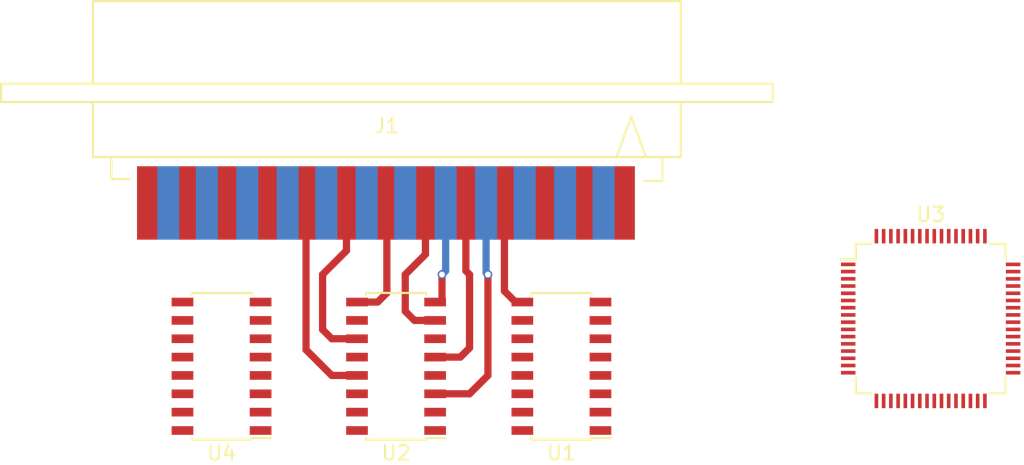
<source format=kicad_pcb>
(kicad_pcb (version 4) (host pcbnew 4.0.2-stable)

  (general
    (links 28)
    (no_connects 20)
    (area 0 0 0 0)
    (thickness 1.6)
    (drawings 0)
    (tracks 37)
    (zones 0)
    (modules 5)
    (nets 20)
  )

  (page A4)
  (layers
    (0 F.Cu signal)
    (31 B.Cu signal)
    (32 B.Adhes user)
    (33 F.Adhes user)
    (34 B.Paste user)
    (35 F.Paste user)
    (36 B.SilkS user)
    (37 F.SilkS user)
    (38 B.Mask user)
    (39 F.Mask user)
    (40 Dwgs.User user)
    (41 Cmts.User user)
    (42 Eco1.User user)
    (43 Eco2.User user)
    (44 Edge.Cuts user)
    (45 Margin user)
    (46 B.CrtYd user)
    (47 F.CrtYd user)
    (48 B.Fab user)
    (49 F.Fab user)
  )

  (setup
    (last_trace_width 0.5)
    (trace_clearance 0.2)
    (zone_clearance 0.508)
    (zone_45_only no)
    (trace_min 0.2)
    (segment_width 0.2)
    (edge_width 0.15)
    (via_size 0.6)
    (via_drill 0.4)
    (via_min_size 0.4)
    (via_min_drill 0.3)
    (uvia_size 0.3)
    (uvia_drill 0.1)
    (uvias_allowed no)
    (uvia_min_size 0.2)
    (uvia_min_drill 0.1)
    (pcb_text_width 0.3)
    (pcb_text_size 1.5 1.5)
    (mod_edge_width 0.15)
    (mod_text_size 1 1)
    (mod_text_width 0.15)
    (pad_size 1.524 1.524)
    (pad_drill 0.762)
    (pad_to_mask_clearance 0.2)
    (aux_axis_origin 0 0)
    (visible_elements FFFFFF7F)
    (pcbplotparams
      (layerselection 0x00030_80000001)
      (usegerberextensions false)
      (excludeedgelayer true)
      (linewidth 0.100000)
      (plotframeref false)
      (viasonmask false)
      (mode 1)
      (useauxorigin false)
      (hpglpennumber 1)
      (hpglpenspeed 20)
      (hpglpendiameter 15)
      (hpglpenoverlay 2)
      (psnegative false)
      (psa4output false)
      (plotreference true)
      (plotvalue true)
      (plotinvisibletext false)
      (padsonsilk false)
      (subtractmaskfromsilk false)
      (outputformat 1)
      (mirror false)
      (drillshape 1)
      (scaleselection 1)
      (outputdirectory ""))
  )

  (net 0 "")
  (net 1 "Net-(J1-Pad13)")
  (net 2 "Net-(J1-Pad12)")
  (net 3 "Net-(J1-Pad11)")
  (net 4 "Net-(J1-Pad10)")
  (net 5 "Net-(J1-Pad9)")
  (net 6 "Net-(J1-Pad8)")
  (net 7 "Net-(J1-Pad7)")
  (net 8 "Net-(J1-Pad6)")
  (net 9 "Net-(J1-Pad5)")
  (net 10 "Net-(J1-Pad4)")
  (net 11 "Net-(J1-Pad3)")
  (net 12 "Net-(J1-Pad2)")
  (net 13 "Net-(J1-Pad1)")
  (net 14 GND)
  (net 15 "Net-(J1-Pad17)")
  (net 16 "Net-(J1-Pad16)")
  (net 17 "Net-(J1-Pad15)")
  (net 18 "Net-(J1-Pad14)")
  (net 19 VCC)

  (net_class Default "This is the default net class."
    (clearance 0.2)
    (trace_width 0.5)
    (via_dia 0.6)
    (via_drill 0.4)
    (uvia_dia 0.3)
    (uvia_drill 0.1)
    (add_net GND)
    (add_net "Net-(J1-Pad1)")
    (add_net "Net-(J1-Pad10)")
    (add_net "Net-(J1-Pad11)")
    (add_net "Net-(J1-Pad12)")
    (add_net "Net-(J1-Pad13)")
    (add_net "Net-(J1-Pad14)")
    (add_net "Net-(J1-Pad15)")
    (add_net "Net-(J1-Pad16)")
    (add_net "Net-(J1-Pad17)")
    (add_net "Net-(J1-Pad2)")
    (add_net "Net-(J1-Pad3)")
    (add_net "Net-(J1-Pad4)")
    (add_net "Net-(J1-Pad5)")
    (add_net "Net-(J1-Pad6)")
    (add_net "Net-(J1-Pad7)")
    (add_net "Net-(J1-Pad8)")
    (add_net "Net-(J1-Pad9)")
    (add_net VCC)
  )

  (module Connect:DB25M_CI (layer F.Cu) (tedit 0) (tstamp 5760470A)
    (at 149.86 104.14)
    (descr "Connecteur DB25 male couche")
    (tags "CONN DB25")
    (path /576015F5)
    (fp_text reference J1 (at 0 -2.667 180) (layer F.SilkS)
      (effects (font (size 1 1) (thickness 0.15)))
    )
    (fp_text value DB25 (at 0 -8.763 180) (layer F.Fab)
      (effects (font (size 1 1) (thickness 0.15)))
    )
    (fp_line (start 15.875 -0.508) (end 16.891 -3.302) (layer F.SilkS) (width 0.15))
    (fp_line (start 16.891 -3.302) (end 17.907 -0.508) (layer F.SilkS) (width 0.15))
    (fp_line (start -26.67 -4.318) (end 26.67 -4.318) (layer F.SilkS) (width 0.15))
    (fp_line (start 26.67 -5.588) (end -26.67 -5.588) (layer F.SilkS) (width 0.15))
    (fp_line (start 26.67 -5.588) (end 26.67 -4.318) (layer F.SilkS) (width 0.15))
    (fp_line (start -26.67 -5.588) (end -26.67 -4.318) (layer F.SilkS) (width 0.15))
    (fp_line (start 20.32 -0.508) (end -20.32 -0.508) (layer F.SilkS) (width 0.15))
    (fp_line (start 19.05 -0.508) (end 19.05 1.143) (layer F.SilkS) (width 0.15))
    (fp_line (start 19.05 1.143) (end 17.78 1.143) (layer F.SilkS) (width 0.15))
    (fp_line (start -19.05 -0.508) (end -19.05 1.016) (layer F.SilkS) (width 0.15))
    (fp_line (start -19.05 1.016) (end -17.78 1.016) (layer F.SilkS) (width 0.15))
    (fp_line (start -20.32 -0.508) (end -20.32 -4.318) (layer F.SilkS) (width 0.15))
    (fp_line (start 20.32 -4.318) (end 20.32 -0.508) (layer F.SilkS) (width 0.15))
    (fp_line (start -20.32 -5.588) (end -20.32 -11.303) (layer F.SilkS) (width 0.15))
    (fp_line (start -20.32 -11.303) (end 20.32 -11.303) (layer F.SilkS) (width 0.15))
    (fp_line (start 20.32 -11.303) (end 20.32 -5.588) (layer F.SilkS) (width 0.15))
    (pad 13 connect rect (at -16.51 2.667 90) (size 5.08 1.524) (layers F.Cu F.Mask)
      (net 1 "Net-(J1-Pad13)"))
    (pad 12 connect rect (at -13.716 2.667 90) (size 5.08 1.524) (layers F.Cu F.Mask)
      (net 2 "Net-(J1-Pad12)"))
    (pad 11 connect rect (at -11.049 2.667 90) (size 5.08 1.524) (layers F.Cu F.Mask)
      (net 3 "Net-(J1-Pad11)"))
    (pad 10 connect rect (at -8.255 2.667 90) (size 5.08 1.524) (layers F.Cu F.Mask)
      (net 4 "Net-(J1-Pad10)"))
    (pad 9 connect rect (at -5.588 2.667 90) (size 5.08 1.524) (layers F.Cu F.Mask)
      (net 5 "Net-(J1-Pad9)"))
    (pad 8 connect rect (at -2.794 2.667 90) (size 5.08 1.524) (layers F.Cu F.Mask)
      (net 6 "Net-(J1-Pad8)"))
    (pad 7 connect rect (at 0 2.667 90) (size 5.08 1.524) (layers F.Cu F.Mask)
      (net 7 "Net-(J1-Pad7)"))
    (pad 6 connect rect (at 2.667 2.667 90) (size 5.08 1.524) (layers F.Cu F.Mask)
      (net 8 "Net-(J1-Pad6)"))
    (pad 5 connect rect (at 5.461 2.667 90) (size 5.08 1.524) (layers F.Cu F.Mask)
      (net 9 "Net-(J1-Pad5)"))
    (pad 4 connect rect (at 8.128 2.667 90) (size 5.08 1.524) (layers F.Cu F.Mask)
      (net 10 "Net-(J1-Pad4)"))
    (pad 3 connect rect (at 10.922 2.667 90) (size 5.08 1.524) (layers F.Cu F.Mask)
      (net 11 "Net-(J1-Pad3)"))
    (pad 2 connect rect (at 13.716 2.667 90) (size 5.08 1.524) (layers F.Cu F.Mask)
      (net 12 "Net-(J1-Pad2)"))
    (pad 1 connect rect (at 16.383 2.667 90) (size 5.08 1.524) (layers F.Cu F.Mask)
      (net 13 "Net-(J1-Pad1)"))
    (pad 25 connect rect (at -15.113 2.667 90) (size 5.08 1.524) (layers B.Cu B.Mask)
      (net 14 GND))
    (pad 24 connect rect (at -12.446 2.667 90) (size 5.08 1.524) (layers B.Cu B.Mask)
      (net 14 GND))
    (pad 23 connect rect (at -9.652 2.667 90) (size 5.08 1.524) (layers B.Cu B.Mask)
      (net 14 GND))
    (pad 22 connect rect (at -6.858 2.667 90) (size 5.08 1.524) (layers B.Cu B.Mask)
      (net 14 GND))
    (pad 21 connect rect (at -4.191 2.667 90) (size 5.08 1.524) (layers B.Cu B.Mask)
      (net 14 GND))
    (pad 20 connect rect (at -1.397 2.667 90) (size 5.08 1.524) (layers B.Cu B.Mask)
      (net 14 GND))
    (pad 19 connect rect (at 1.27 2.667 90) (size 5.08 1.524) (layers B.Cu B.Mask)
      (net 14 GND))
    (pad 18 connect rect (at 4.064 2.667 90) (size 5.08 1.524) (layers B.Cu B.Mask)
      (net 14 GND))
    (pad 17 connect rect (at 6.858 2.667 90) (size 5.08 1.524) (layers B.Cu B.Mask)
      (net 15 "Net-(J1-Pad17)"))
    (pad 16 connect rect (at 9.525 2.667 90) (size 5.08 1.524) (layers B.Cu B.Mask)
      (net 16 "Net-(J1-Pad16)"))
    (pad 15 connect rect (at 12.319 2.667 90) (size 5.08 1.524) (layers B.Cu B.Mask)
      (net 17 "Net-(J1-Pad15)"))
    (pad 14 connect rect (at 14.986 2.667 90) (size 5.08 1.524) (layers B.Cu B.Mask)
      (net 18 "Net-(J1-Pad14)"))
    (model Connect.3dshapes/DB25M_CI.wrl
      (at (xyz 0 0 -0.033))
      (scale (xyz 0.98 1 1))
      (rotate (xyz 90 180 0))
    )
  )

  (module Housings_SOIC:SOIC-16_3.9x9.9mm_Pitch1.27mm (layer F.Cu) (tedit 54130A77) (tstamp 5760471E)
    (at 161.925 118.11 180)
    (descr "16-Lead Plastic Small Outline (SL) - Narrow, 3.90 mm Body [SOIC] (see Microchip Packaging Specification 00000049BS.pdf)")
    (tags "SOIC 1.27")
    (path /57607D6F)
    (attr smd)
    (fp_text reference U1 (at 0 -6 180) (layer F.SilkS)
      (effects (font (size 1 1) (thickness 0.15)))
    )
    (fp_text value 74HCT365 (at 0 6 180) (layer F.Fab)
      (effects (font (size 1 1) (thickness 0.15)))
    )
    (fp_line (start -3.7 -5.25) (end -3.7 5.25) (layer F.CrtYd) (width 0.05))
    (fp_line (start 3.7 -5.25) (end 3.7 5.25) (layer F.CrtYd) (width 0.05))
    (fp_line (start -3.7 -5.25) (end 3.7 -5.25) (layer F.CrtYd) (width 0.05))
    (fp_line (start -3.7 5.25) (end 3.7 5.25) (layer F.CrtYd) (width 0.05))
    (fp_line (start -2.075 -5.075) (end -2.075 -4.97) (layer F.SilkS) (width 0.15))
    (fp_line (start 2.075 -5.075) (end 2.075 -4.97) (layer F.SilkS) (width 0.15))
    (fp_line (start 2.075 5.075) (end 2.075 4.97) (layer F.SilkS) (width 0.15))
    (fp_line (start -2.075 5.075) (end -2.075 4.97) (layer F.SilkS) (width 0.15))
    (fp_line (start -2.075 -5.075) (end 2.075 -5.075) (layer F.SilkS) (width 0.15))
    (fp_line (start -2.075 5.075) (end 2.075 5.075) (layer F.SilkS) (width 0.15))
    (fp_line (start -2.075 -4.97) (end -3.45 -4.97) (layer F.SilkS) (width 0.15))
    (pad 1 smd rect (at -2.7 -4.445 180) (size 1.5 0.6) (layers F.Cu F.Paste F.Mask))
    (pad 2 smd rect (at -2.7 -3.175 180) (size 1.5 0.6) (layers F.Cu F.Paste F.Mask))
    (pad 3 smd rect (at -2.7 -1.905 180) (size 1.5 0.6) (layers F.Cu F.Paste F.Mask)
      (net 13 "Net-(J1-Pad1)"))
    (pad 4 smd rect (at -2.7 -0.635 180) (size 1.5 0.6) (layers F.Cu F.Paste F.Mask))
    (pad 5 smd rect (at -2.7 0.635 180) (size 1.5 0.6) (layers F.Cu F.Paste F.Mask)
      (net 18 "Net-(J1-Pad14)"))
    (pad 6 smd rect (at -2.7 1.905 180) (size 1.5 0.6) (layers F.Cu F.Paste F.Mask))
    (pad 7 smd rect (at -2.7 3.175 180) (size 1.5 0.6) (layers F.Cu F.Paste F.Mask)
      (net 12 "Net-(J1-Pad2)"))
    (pad 8 smd rect (at -2.7 4.445 180) (size 1.5 0.6) (layers F.Cu F.Paste F.Mask)
      (net 14 GND))
    (pad 9 smd rect (at 2.7 4.445 180) (size 1.5 0.6) (layers F.Cu F.Paste F.Mask)
      (net 10 "Net-(J1-Pad4)"))
    (pad 10 smd rect (at 2.7 3.175 180) (size 1.5 0.6) (layers F.Cu F.Paste F.Mask))
    (pad 11 smd rect (at 2.7 1.905 180) (size 1.5 0.6) (layers F.Cu F.Paste F.Mask)
      (net 16 "Net-(J1-Pad16)"))
    (pad 12 smd rect (at 2.7 0.635 180) (size 1.5 0.6) (layers F.Cu F.Paste F.Mask))
    (pad 13 smd rect (at 2.7 -0.635 180) (size 1.5 0.6) (layers F.Cu F.Paste F.Mask)
      (net 11 "Net-(J1-Pad3)"))
    (pad 14 smd rect (at 2.7 -1.905 180) (size 1.5 0.6) (layers F.Cu F.Paste F.Mask))
    (pad 15 smd rect (at 2.7 -3.175 180) (size 1.5 0.6) (layers F.Cu F.Paste F.Mask))
    (pad 16 smd rect (at 2.7 -4.445 180) (size 1.5 0.6) (layers F.Cu F.Paste F.Mask)
      (net 19 VCC))
    (model Housings_SOIC.3dshapes/SOIC-16_3.9x9.9mm_Pitch1.27mm.wrl
      (at (xyz 0 0 0))
      (scale (xyz 1 1 1))
      (rotate (xyz 0 0 0))
    )
  )

  (module Housings_SOIC:SOIC-16_3.9x9.9mm_Pitch1.27mm (layer F.Cu) (tedit 54130A77) (tstamp 57604732)
    (at 150.495 118.11 180)
    (descr "16-Lead Plastic Small Outline (SL) - Narrow, 3.90 mm Body [SOIC] (see Microchip Packaging Specification 00000049BS.pdf)")
    (tags "SOIC 1.27")
    (path /57607E80)
    (attr smd)
    (fp_text reference U2 (at 0 -6 180) (layer F.SilkS)
      (effects (font (size 1 1) (thickness 0.15)))
    )
    (fp_text value 74HCT365 (at 0 6 180) (layer F.Fab)
      (effects (font (size 1 1) (thickness 0.15)))
    )
    (fp_line (start -3.7 -5.25) (end -3.7 5.25) (layer F.CrtYd) (width 0.05))
    (fp_line (start 3.7 -5.25) (end 3.7 5.25) (layer F.CrtYd) (width 0.05))
    (fp_line (start -3.7 -5.25) (end 3.7 -5.25) (layer F.CrtYd) (width 0.05))
    (fp_line (start -3.7 5.25) (end 3.7 5.25) (layer F.CrtYd) (width 0.05))
    (fp_line (start -2.075 -5.075) (end -2.075 -4.97) (layer F.SilkS) (width 0.15))
    (fp_line (start 2.075 -5.075) (end 2.075 -4.97) (layer F.SilkS) (width 0.15))
    (fp_line (start 2.075 5.075) (end 2.075 4.97) (layer F.SilkS) (width 0.15))
    (fp_line (start -2.075 5.075) (end -2.075 4.97) (layer F.SilkS) (width 0.15))
    (fp_line (start -2.075 -5.075) (end 2.075 -5.075) (layer F.SilkS) (width 0.15))
    (fp_line (start -2.075 5.075) (end 2.075 5.075) (layer F.SilkS) (width 0.15))
    (fp_line (start -2.075 -4.97) (end -3.45 -4.97) (layer F.SilkS) (width 0.15))
    (pad 1 smd rect (at -2.7 -4.445 180) (size 1.5 0.6) (layers F.Cu F.Paste F.Mask))
    (pad 2 smd rect (at -2.7 -3.175 180) (size 1.5 0.6) (layers F.Cu F.Paste F.Mask))
    (pad 3 smd rect (at -2.7 -1.905 180) (size 1.5 0.6) (layers F.Cu F.Paste F.Mask)
      (net 15 "Net-(J1-Pad17)"))
    (pad 4 smd rect (at -2.7 -0.635 180) (size 1.5 0.6) (layers F.Cu F.Paste F.Mask))
    (pad 5 smd rect (at -2.7 0.635 180) (size 1.5 0.6) (layers F.Cu F.Paste F.Mask)
      (net 9 "Net-(J1-Pad5)"))
    (pad 6 smd rect (at -2.7 1.905 180) (size 1.5 0.6) (layers F.Cu F.Paste F.Mask))
    (pad 7 smd rect (at -2.7 3.175 180) (size 1.5 0.6) (layers F.Cu F.Paste F.Mask)
      (net 8 "Net-(J1-Pad6)"))
    (pad 8 smd rect (at -2.7 4.445 180) (size 1.5 0.6) (layers F.Cu F.Paste F.Mask)
      (net 14 GND))
    (pad 9 smd rect (at 2.7 4.445 180) (size 1.5 0.6) (layers F.Cu F.Paste F.Mask)
      (net 7 "Net-(J1-Pad7)"))
    (pad 10 smd rect (at 2.7 3.175 180) (size 1.5 0.6) (layers F.Cu F.Paste F.Mask))
    (pad 11 smd rect (at 2.7 1.905 180) (size 1.5 0.6) (layers F.Cu F.Paste F.Mask)
      (net 6 "Net-(J1-Pad8)"))
    (pad 12 smd rect (at 2.7 0.635 180) (size 1.5 0.6) (layers F.Cu F.Paste F.Mask))
    (pad 13 smd rect (at 2.7 -0.635 180) (size 1.5 0.6) (layers F.Cu F.Paste F.Mask)
      (net 5 "Net-(J1-Pad9)"))
    (pad 14 smd rect (at 2.7 -1.905 180) (size 1.5 0.6) (layers F.Cu F.Paste F.Mask))
    (pad 15 smd rect (at 2.7 -3.175 180) (size 1.5 0.6) (layers F.Cu F.Paste F.Mask))
    (pad 16 smd rect (at 2.7 -4.445 180) (size 1.5 0.6) (layers F.Cu F.Paste F.Mask)
      (net 19 VCC))
    (model Housings_SOIC.3dshapes/SOIC-16_3.9x9.9mm_Pitch1.27mm.wrl
      (at (xyz 0 0 0))
      (scale (xyz 1 1 1))
      (rotate (xyz 0 0 0))
    )
  )

  (module Housings_QFP:LQFP-64_10x10mm_Pitch0.5mm (layer F.Cu) (tedit 54130A77) (tstamp 57606AED)
    (at 187.452 114.808)
    (descr "64 LEAD LQFP 10x10mm (see MICREL LQFP10x10-64LD-PL-1.pdf)")
    (tags "QFP 0.5")
    (path /57609678)
    (attr smd)
    (fp_text reference U3 (at 0 -7.2) (layer F.SilkS)
      (effects (font (size 1 1) (thickness 0.15)))
    )
    (fp_text value STM32F405R (at 0 7.2) (layer F.Fab)
      (effects (font (size 1 1) (thickness 0.15)))
    )
    (fp_line (start -6.45 -6.45) (end -6.45 6.45) (layer F.CrtYd) (width 0.05))
    (fp_line (start 6.45 -6.45) (end 6.45 6.45) (layer F.CrtYd) (width 0.05))
    (fp_line (start -6.45 -6.45) (end 6.45 -6.45) (layer F.CrtYd) (width 0.05))
    (fp_line (start -6.45 6.45) (end 6.45 6.45) (layer F.CrtYd) (width 0.05))
    (fp_line (start -5.175 -5.175) (end -5.175 -4.1) (layer F.SilkS) (width 0.15))
    (fp_line (start 5.175 -5.175) (end 5.175 -4.1) (layer F.SilkS) (width 0.15))
    (fp_line (start 5.175 5.175) (end 5.175 4.1) (layer F.SilkS) (width 0.15))
    (fp_line (start -5.175 5.175) (end -5.175 4.1) (layer F.SilkS) (width 0.15))
    (fp_line (start -5.175 -5.175) (end -4.1 -5.175) (layer F.SilkS) (width 0.15))
    (fp_line (start -5.175 5.175) (end -4.1 5.175) (layer F.SilkS) (width 0.15))
    (fp_line (start 5.175 5.175) (end 4.1 5.175) (layer F.SilkS) (width 0.15))
    (fp_line (start 5.175 -5.175) (end 4.1 -5.175) (layer F.SilkS) (width 0.15))
    (fp_line (start -5.175 -4.1) (end -6.2 -4.1) (layer F.SilkS) (width 0.15))
    (pad 1 smd rect (at -5.7 -3.75) (size 1 0.25) (layers F.Cu F.Paste F.Mask))
    (pad 2 smd rect (at -5.7 -3.25) (size 1 0.25) (layers F.Cu F.Paste F.Mask))
    (pad 3 smd rect (at -5.7 -2.75) (size 1 0.25) (layers F.Cu F.Paste F.Mask))
    (pad 4 smd rect (at -5.7 -2.25) (size 1 0.25) (layers F.Cu F.Paste F.Mask))
    (pad 5 smd rect (at -5.7 -1.75) (size 1 0.25) (layers F.Cu F.Paste F.Mask))
    (pad 6 smd rect (at -5.7 -1.25) (size 1 0.25) (layers F.Cu F.Paste F.Mask))
    (pad 7 smd rect (at -5.7 -0.75) (size 1 0.25) (layers F.Cu F.Paste F.Mask))
    (pad 8 smd rect (at -5.7 -0.25) (size 1 0.25) (layers F.Cu F.Paste F.Mask))
    (pad 9 smd rect (at -5.7 0.25) (size 1 0.25) (layers F.Cu F.Paste F.Mask))
    (pad 10 smd rect (at -5.7 0.75) (size 1 0.25) (layers F.Cu F.Paste F.Mask))
    (pad 11 smd rect (at -5.7 1.25) (size 1 0.25) (layers F.Cu F.Paste F.Mask))
    (pad 12 smd rect (at -5.7 1.75) (size 1 0.25) (layers F.Cu F.Paste F.Mask))
    (pad 13 smd rect (at -5.7 2.25) (size 1 0.25) (layers F.Cu F.Paste F.Mask))
    (pad 14 smd rect (at -5.7 2.75) (size 1 0.25) (layers F.Cu F.Paste F.Mask))
    (pad 15 smd rect (at -5.7 3.25) (size 1 0.25) (layers F.Cu F.Paste F.Mask))
    (pad 16 smd rect (at -5.7 3.75) (size 1 0.25) (layers F.Cu F.Paste F.Mask))
    (pad 17 smd rect (at -3.75 5.7 90) (size 1 0.25) (layers F.Cu F.Paste F.Mask))
    (pad 18 smd rect (at -3.25 5.7 90) (size 1 0.25) (layers F.Cu F.Paste F.Mask))
    (pad 19 smd rect (at -2.75 5.7 90) (size 1 0.25) (layers F.Cu F.Paste F.Mask))
    (pad 20 smd rect (at -2.25 5.7 90) (size 1 0.25) (layers F.Cu F.Paste F.Mask))
    (pad 21 smd rect (at -1.75 5.7 90) (size 1 0.25) (layers F.Cu F.Paste F.Mask))
    (pad 22 smd rect (at -1.25 5.7 90) (size 1 0.25) (layers F.Cu F.Paste F.Mask))
    (pad 23 smd rect (at -0.75 5.7 90) (size 1 0.25) (layers F.Cu F.Paste F.Mask))
    (pad 24 smd rect (at -0.25 5.7 90) (size 1 0.25) (layers F.Cu F.Paste F.Mask))
    (pad 25 smd rect (at 0.25 5.7 90) (size 1 0.25) (layers F.Cu F.Paste F.Mask))
    (pad 26 smd rect (at 0.75 5.7 90) (size 1 0.25) (layers F.Cu F.Paste F.Mask))
    (pad 27 smd rect (at 1.25 5.7 90) (size 1 0.25) (layers F.Cu F.Paste F.Mask))
    (pad 28 smd rect (at 1.75 5.7 90) (size 1 0.25) (layers F.Cu F.Paste F.Mask))
    (pad 29 smd rect (at 2.25 5.7 90) (size 1 0.25) (layers F.Cu F.Paste F.Mask))
    (pad 30 smd rect (at 2.75 5.7 90) (size 1 0.25) (layers F.Cu F.Paste F.Mask))
    (pad 31 smd rect (at 3.25 5.7 90) (size 1 0.25) (layers F.Cu F.Paste F.Mask))
    (pad 32 smd rect (at 3.75 5.7 90) (size 1 0.25) (layers F.Cu F.Paste F.Mask))
    (pad 33 smd rect (at 5.7 3.75) (size 1 0.25) (layers F.Cu F.Paste F.Mask))
    (pad 34 smd rect (at 5.7 3.25) (size 1 0.25) (layers F.Cu F.Paste F.Mask))
    (pad 35 smd rect (at 5.7 2.75) (size 1 0.25) (layers F.Cu F.Paste F.Mask))
    (pad 36 smd rect (at 5.7 2.25) (size 1 0.25) (layers F.Cu F.Paste F.Mask))
    (pad 37 smd rect (at 5.7 1.75) (size 1 0.25) (layers F.Cu F.Paste F.Mask))
    (pad 38 smd rect (at 5.7 1.25) (size 1 0.25) (layers F.Cu F.Paste F.Mask))
    (pad 39 smd rect (at 5.7 0.75) (size 1 0.25) (layers F.Cu F.Paste F.Mask))
    (pad 40 smd rect (at 5.7 0.25) (size 1 0.25) (layers F.Cu F.Paste F.Mask))
    (pad 41 smd rect (at 5.7 -0.25) (size 1 0.25) (layers F.Cu F.Paste F.Mask))
    (pad 42 smd rect (at 5.7 -0.75) (size 1 0.25) (layers F.Cu F.Paste F.Mask))
    (pad 43 smd rect (at 5.7 -1.25) (size 1 0.25) (layers F.Cu F.Paste F.Mask))
    (pad 44 smd rect (at 5.7 -1.75) (size 1 0.25) (layers F.Cu F.Paste F.Mask))
    (pad 45 smd rect (at 5.7 -2.25) (size 1 0.25) (layers F.Cu F.Paste F.Mask))
    (pad 46 smd rect (at 5.7 -2.75) (size 1 0.25) (layers F.Cu F.Paste F.Mask))
    (pad 47 smd rect (at 5.7 -3.25) (size 1 0.25) (layers F.Cu F.Paste F.Mask))
    (pad 48 smd rect (at 5.7 -3.75) (size 1 0.25) (layers F.Cu F.Paste F.Mask))
    (pad 49 smd rect (at 3.75 -5.7 90) (size 1 0.25) (layers F.Cu F.Paste F.Mask))
    (pad 50 smd rect (at 3.25 -5.7 90) (size 1 0.25) (layers F.Cu F.Paste F.Mask))
    (pad 51 smd rect (at 2.75 -5.7 90) (size 1 0.25) (layers F.Cu F.Paste F.Mask))
    (pad 52 smd rect (at 2.25 -5.7 90) (size 1 0.25) (layers F.Cu F.Paste F.Mask))
    (pad 53 smd rect (at 1.75 -5.7 90) (size 1 0.25) (layers F.Cu F.Paste F.Mask))
    (pad 54 smd rect (at 1.25 -5.7 90) (size 1 0.25) (layers F.Cu F.Paste F.Mask))
    (pad 55 smd rect (at 0.75 -5.7 90) (size 1 0.25) (layers F.Cu F.Paste F.Mask))
    (pad 56 smd rect (at 0.25 -5.7 90) (size 1 0.25) (layers F.Cu F.Paste F.Mask))
    (pad 57 smd rect (at -0.25 -5.7 90) (size 1 0.25) (layers F.Cu F.Paste F.Mask))
    (pad 58 smd rect (at -0.75 -5.7 90) (size 1 0.25) (layers F.Cu F.Paste F.Mask))
    (pad 59 smd rect (at -1.25 -5.7 90) (size 1 0.25) (layers F.Cu F.Paste F.Mask))
    (pad 60 smd rect (at -1.75 -5.7 90) (size 1 0.25) (layers F.Cu F.Paste F.Mask))
    (pad 61 smd rect (at -2.25 -5.7 90) (size 1 0.25) (layers F.Cu F.Paste F.Mask))
    (pad 62 smd rect (at -2.75 -5.7 90) (size 1 0.25) (layers F.Cu F.Paste F.Mask))
    (pad 63 smd rect (at -3.25 -5.7 90) (size 1 0.25) (layers F.Cu F.Paste F.Mask))
    (pad 64 smd rect (at -3.75 -5.7 90) (size 1 0.25) (layers F.Cu F.Paste F.Mask))
    (model Housings_QFP.3dshapes/LQFP-64_10x10mm_Pitch0.5mm.wrl
      (at (xyz 0 0 0))
      (scale (xyz 1 1 1))
      (rotate (xyz 0 0 0))
    )
  )

  (module Housings_SOIC:SOIC-16_3.9x9.9mm_Pitch1.27mm (layer F.Cu) (tedit 54130A77) (tstamp 57606B01)
    (at 138.43 118.11 180)
    (descr "16-Lead Plastic Small Outline (SL) - Narrow, 3.90 mm Body [SOIC] (see Microchip Packaging Specification 00000049BS.pdf)")
    (tags "SOIC 1.27")
    (path /57608ED1)
    (attr smd)
    (fp_text reference U4 (at 0 -6 180) (layer F.SilkS)
      (effects (font (size 1 1) (thickness 0.15)))
    )
    (fp_text value 4050 (at 0 6 180) (layer F.Fab)
      (effects (font (size 1 1) (thickness 0.15)))
    )
    (fp_line (start -3.7 -5.25) (end -3.7 5.25) (layer F.CrtYd) (width 0.05))
    (fp_line (start 3.7 -5.25) (end 3.7 5.25) (layer F.CrtYd) (width 0.05))
    (fp_line (start -3.7 -5.25) (end 3.7 -5.25) (layer F.CrtYd) (width 0.05))
    (fp_line (start -3.7 5.25) (end 3.7 5.25) (layer F.CrtYd) (width 0.05))
    (fp_line (start -2.075 -5.075) (end -2.075 -4.97) (layer F.SilkS) (width 0.15))
    (fp_line (start 2.075 -5.075) (end 2.075 -4.97) (layer F.SilkS) (width 0.15))
    (fp_line (start 2.075 5.075) (end 2.075 4.97) (layer F.SilkS) (width 0.15))
    (fp_line (start -2.075 5.075) (end -2.075 4.97) (layer F.SilkS) (width 0.15))
    (fp_line (start -2.075 -5.075) (end 2.075 -5.075) (layer F.SilkS) (width 0.15))
    (fp_line (start -2.075 5.075) (end 2.075 5.075) (layer F.SilkS) (width 0.15))
    (fp_line (start -2.075 -4.97) (end -3.45 -4.97) (layer F.SilkS) (width 0.15))
    (pad 1 smd rect (at -2.7 -4.445 180) (size 1.5 0.6) (layers F.Cu F.Paste F.Mask)
      (net 19 VCC))
    (pad 2 smd rect (at -2.7 -3.175 180) (size 1.5 0.6) (layers F.Cu F.Paste F.Mask))
    (pad 3 smd rect (at -2.7 -1.905 180) (size 1.5 0.6) (layers F.Cu F.Paste F.Mask)
      (net 4 "Net-(J1-Pad10)"))
    (pad 4 smd rect (at -2.7 -0.635 180) (size 1.5 0.6) (layers F.Cu F.Paste F.Mask))
    (pad 5 smd rect (at -2.7 0.635 180) (size 1.5 0.6) (layers F.Cu F.Paste F.Mask)
      (net 2 "Net-(J1-Pad12)"))
    (pad 6 smd rect (at -2.7 1.905 180) (size 1.5 0.6) (layers F.Cu F.Paste F.Mask))
    (pad 7 smd rect (at -2.7 3.175 180) (size 1.5 0.6) (layers F.Cu F.Paste F.Mask)
      (net 3 "Net-(J1-Pad11)"))
    (pad 8 smd rect (at -2.7 4.445 180) (size 1.5 0.6) (layers F.Cu F.Paste F.Mask))
    (pad 9 smd rect (at 2.7 4.445 180) (size 1.5 0.6) (layers F.Cu F.Paste F.Mask)
      (net 1 "Net-(J1-Pad13)"))
    (pad 10 smd rect (at 2.7 3.175 180) (size 1.5 0.6) (layers F.Cu F.Paste F.Mask))
    (pad 11 smd rect (at 2.7 1.905 180) (size 1.5 0.6) (layers F.Cu F.Paste F.Mask)
      (net 17 "Net-(J1-Pad15)"))
    (pad 12 smd rect (at 2.7 0.635 180) (size 1.5 0.6) (layers F.Cu F.Paste F.Mask))
    (pad 13 smd rect (at 2.7 -0.635 180) (size 1.5 0.6) (layers F.Cu F.Paste F.Mask))
    (pad 14 smd rect (at 2.7 -1.905 180) (size 1.5 0.6) (layers F.Cu F.Paste F.Mask))
    (pad 15 smd rect (at 2.7 -3.175 180) (size 1.5 0.6) (layers F.Cu F.Paste F.Mask))
    (pad 16 smd rect (at 2.7 -4.445 180) (size 1.5 0.6) (layers F.Cu F.Paste F.Mask))
    (model Housings_SOIC.3dshapes/SOIC-16_3.9x9.9mm_Pitch1.27mm.wrl
      (at (xyz 0 0 0))
      (scale (xyz 1 1 1))
      (rotate (xyz 0 0 0))
    )
  )

  (segment (start 147.795 118.745) (end 146.05 118.745) (width 0.5) (layer F.Cu) (net 5))
  (segment (start 144.272 116.967) (end 144.272 106.807) (width 0.5) (layer F.Cu) (net 5) (tstamp 576064D2))
  (segment (start 146.05 118.745) (end 144.272 116.967) (width 0.5) (layer F.Cu) (net 5) (tstamp 576064D1))
  (segment (start 146.685 110.49) (end 146.939 110.236) (width 0.5) (layer F.Cu) (net 6))
  (segment (start 147.795 116.205) (end 146.05 116.205) (width 0.5) (layer F.Cu) (net 6))
  (segment (start 145.415 111.76) (end 146.685 110.49) (width 0.5) (layer F.Cu) (net 6) (tstamp 576064DD))
  (segment (start 145.415 115.57) (end 145.415 111.76) (width 0.5) (layer F.Cu) (net 6) (tstamp 576064DC))
  (segment (start 146.05 116.205) (end 145.415 115.57) (width 0.5) (layer F.Cu) (net 6) (tstamp 576064DB))
  (segment (start 147.066 110.109) (end 147.066 106.807) (width 0.5) (layer F.Cu) (net 6) (tstamp 5760650D))
  (segment (start 146.939 110.236) (end 147.066 110.109) (width 0.5) (layer F.Cu) (net 6) (tstamp 5760650C))
  (segment (start 147.795 113.665) (end 149.225 113.665) (width 0.5) (layer F.Cu) (net 7))
  (segment (start 149.86 113.03) (end 149.86 106.807) (width 0.5) (layer F.Cu) (net 7) (tstamp 576064E8))
  (segment (start 149.225 113.665) (end 149.86 113.03) (width 0.5) (layer F.Cu) (net 7) (tstamp 576064E6))
  (segment (start 153.195 114.935) (end 151.765 114.935) (width 0.5) (layer F.Cu) (net 8))
  (segment (start 152.527 110.363) (end 152.527 106.807) (width 0.5) (layer F.Cu) (net 8) (tstamp 57606549))
  (segment (start 151.13 111.76) (end 152.527 110.363) (width 0.5) (layer F.Cu) (net 8) (tstamp 57606548))
  (segment (start 151.13 114.3) (end 151.13 111.76) (width 0.5) (layer F.Cu) (net 8) (tstamp 57606543))
  (segment (start 151.765 114.935) (end 151.13 114.3) (width 0.5) (layer F.Cu) (net 8) (tstamp 57606541))
  (segment (start 155.575 111.76) (end 155.321 111.506) (width 0.5) (layer F.Cu) (net 9))
  (segment (start 154.94 117.475) (end 155.575 116.84) (width 0.5) (layer F.Cu) (net 9) (tstamp 57606553))
  (segment (start 155.575 116.84) (end 155.575 111.76) (width 0.5) (layer F.Cu) (net 9) (tstamp 5760655E))
  (segment (start 153.195 117.475) (end 154.94 117.475) (width 0.5) (layer F.Cu) (net 9))
  (segment (start 155.321 111.506) (end 155.321 106.807) (width 0.5) (layer F.Cu) (net 9) (tstamp 57606609))
  (segment (start 159.225 113.665) (end 158.75 113.665) (width 0.5) (layer F.Cu) (net 10))
  (segment (start 158.75 113.665) (end 157.988 112.903) (width 0.5) (layer F.Cu) (net 10) (tstamp 576065E9))
  (segment (start 157.988 112.903) (end 157.988 106.807) (width 0.5) (layer F.Cu) (net 10) (tstamp 576065EB))
  (segment (start 153.195 113.665) (end 153.67 113.665) (width 0.5) (layer F.Cu) (net 14))
  (segment (start 153.67 113.665) (end 153.67 111.76) (width 0.5) (layer F.Cu) (net 14) (tstamp 57606593))
  (via (at 153.67 111.76) (size 0.6) (drill 0.4) (layers F.Cu B.Cu) (net 14))
  (segment (start 153.67 111.76) (end 153.924 111.506) (width 0.5) (layer B.Cu) (net 14) (tstamp 576065A5))
  (segment (start 153.924 111.506) (end 153.924 106.807) (width 0.5) (layer B.Cu) (net 14) (tstamp 576065A6))
  (via (at 156.845 111.76) (size 0.6) (drill 0.4) (layers F.Cu B.Cu) (net 15))
  (segment (start 155.575 120.015) (end 156.845 118.745) (width 0.5) (layer F.Cu) (net 15) (tstamp 57606571))
  (segment (start 156.845 118.745) (end 156.845 111.76) (width 0.5) (layer F.Cu) (net 15) (tstamp 57606574))
  (segment (start 153.195 120.015) (end 155.575 120.015) (width 0.5) (layer F.Cu) (net 15))
  (segment (start 156.718 111.633) (end 156.718 106.807) (width 0.5) (layer B.Cu) (net 15) (tstamp 57606618))
  (segment (start 156.845 111.76) (end 156.718 111.633) (width 0.5) (layer B.Cu) (net 15) (tstamp 57606617))

  (zone (net 14) (net_name GND) (layer B.Cu) (tstamp 576066C1) (hatch edge 0.508)
    (connect_pads (clearance 0.508))
    (min_thickness 0.254)
    (fill (arc_segments 16) (thermal_gap 0.508) (thermal_bridge_width 0.508))
    (polygon
      (pts
        (xy 134.112 109.22) (xy 154.432 109.22) (xy 154.432 104.648) (xy 134.112 104.648)
      )
    )
  )
)

</source>
